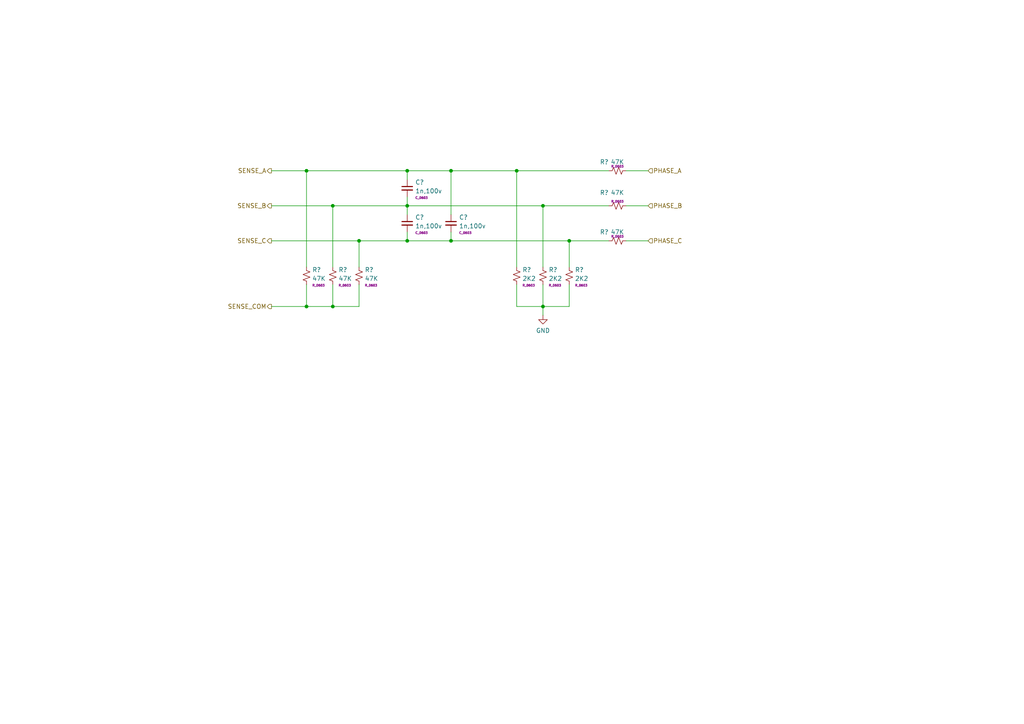
<source format=kicad_sch>
(kicad_sch (version 20211123) (generator eeschema)

  (uuid 31333778-721f-488c-91d1-ef0fb7e0d8f0)

  (paper "A4")

  (lib_symbols
    (symbol "C_Capacitor:C_0603" (pin_numbers hide) (pin_names (offset 1.016)) (in_bom yes) (on_board yes)
      (property "Reference" "C" (id 0) (at 3.175 1.905 0)
        (effects (font (size 1.27 1.27)))
      )
      (property "Value" "C_0603" (id 1) (at 5.715 0 0)
        (effects (font (size 1.27 1.27)))
      )
      (property "Footprint" "C_Capacitor:C_0603" (id 2) (at -3.175 0 90)
        (effects (font (size 1.27 1.27)) hide)
      )
      (property "Datasheet" "" (id 3) (at 2.54 2.54 0)
        (effects (font (size 1.27 1.27)) hide)
      )
      (property "Size" "C_0603" (id 4) (at 4.445 -1.905 0)
        (effects (font (size 0.635 0.635)))
      )
      (symbol "C_0603_1_1"
        (polyline
          (pts
            (xy -1.524 -0.508)
            (xy 1.524 -0.508)
          )
          (stroke (width 0.3302) (type default) (color 0 0 0 0))
          (fill (type none))
        )
        (polyline
          (pts
            (xy -1.524 0.508)
            (xy 1.524 0.508)
          )
          (stroke (width 0.3048) (type default) (color 0 0 0 0))
          (fill (type none))
        )
        (pin passive line (at 0 2.54 270) (length 2.032)
          (name "~" (effects (font (size 1.27 1.27))))
          (number "1" (effects (font (size 1.27 1.27))))
        )
        (pin passive line (at 0 -2.54 90) (length 2.032)
          (name "~" (effects (font (size 1.27 1.27))))
          (number "2" (effects (font (size 1.27 1.27))))
        )
      )
    )
    (symbol "R_Resistor:R_0603" (pin_numbers hide) (pin_names (offset 1.016)) (in_bom yes) (on_board yes)
      (property "Reference" "R" (id 0) (at 2.54 1.905 0)
        (effects (font (size 1.27 1.27)))
      )
      (property "Value" "R_0603" (id 1) (at 5.08 0 0)
        (effects (font (size 1.27 1.27)))
      )
      (property "Footprint" "R_Resistor:R_0603" (id 2) (at -2.54 0 90)
        (effects (font (size 1.27 1.27)) hide)
      )
      (property "Datasheet" "" (id 3) (at -2.54 -3.81 0)
        (effects (font (size 1.27 1.27)) hide)
      )
      (property "Size" "R_0603" (id 4) (at 3.81 -1.905 0)
        (effects (font (size 0.635 0.635)))
      )
      (symbol "R_0603_1_1"
        (polyline
          (pts
            (xy 0 0)
            (xy 1.016 -0.381)
            (xy 0 -0.762)
            (xy -1.016 -1.143)
            (xy 0 -1.524)
          )
          (stroke (width 0) (type default) (color 0 0 0 0))
          (fill (type none))
        )
        (polyline
          (pts
            (xy 0 1.524)
            (xy 1.016 1.143)
            (xy 0 0.762)
            (xy -1.016 0.381)
            (xy 0 0)
          )
          (stroke (width 0) (type default) (color 0 0 0 0))
          (fill (type none))
        )
        (pin passive line (at 0 2.54 270) (length 1.016)
          (name "~" (effects (font (size 1.27 1.27))))
          (number "1" (effects (font (size 1.27 1.27))))
        )
        (pin passive line (at 0 -2.54 90) (length 1.016)
          (name "~" (effects (font (size 1.27 1.27))))
          (number "2" (effects (font (size 1.27 1.27))))
        )
      )
    )
    (symbol "power:GND" (power) (pin_names (offset 0)) (in_bom yes) (on_board yes)
      (property "Reference" "#PWR" (id 0) (at 0 -6.35 0)
        (effects (font (size 1.27 1.27)) hide)
      )
      (property "Value" "GND" (id 1) (at 0 -3.81 0)
        (effects (font (size 1.27 1.27)))
      )
      (property "Footprint" "" (id 2) (at 0 0 0)
        (effects (font (size 1.27 1.27)) hide)
      )
      (property "Datasheet" "" (id 3) (at 0 0 0)
        (effects (font (size 1.27 1.27)) hide)
      )
      (property "ki_keywords" "power-flag" (id 4) (at 0 0 0)
        (effects (font (size 1.27 1.27)) hide)
      )
      (property "ki_description" "Power symbol creates a global label with name \"GND\" , ground" (id 5) (at 0 0 0)
        (effects (font (size 1.27 1.27)) hide)
      )
      (symbol "GND_0_1"
        (polyline
          (pts
            (xy 0 0)
            (xy 0 -1.27)
            (xy 1.27 -1.27)
            (xy 0 -2.54)
            (xy -1.27 -1.27)
            (xy 0 -1.27)
          )
          (stroke (width 0) (type default) (color 0 0 0 0))
          (fill (type none))
        )
      )
      (symbol "GND_1_1"
        (pin power_in line (at 0 0 270) (length 0) hide
          (name "GND" (effects (font (size 1.27 1.27))))
          (number "1" (effects (font (size 1.27 1.27))))
        )
      )
    )
  )

  (junction (at 118.11 59.69) (diameter 0) (color 0 0 0 0)
    (uuid 0ac7cfa9-ee35-4f61-b4fc-238186f05d35)
  )
  (junction (at 130.81 49.53) (diameter 0) (color 0 0 0 0)
    (uuid 2068b6ab-87dd-4d08-91ca-302d09c930b8)
  )
  (junction (at 130.81 69.85) (diameter 0) (color 0 0 0 0)
    (uuid 37b37a92-1ca4-48c1-90df-fe26d8e8dc80)
  )
  (junction (at 165.1 69.85) (diameter 0) (color 0 0 0 0)
    (uuid 51d3cf5a-5b99-4cd7-b82f-1eff3d7d2e28)
  )
  (junction (at 104.14 69.85) (diameter 0) (color 0 0 0 0)
    (uuid 54a8238d-a010-467f-b655-b7fff743587d)
  )
  (junction (at 157.48 59.69) (diameter 0) (color 0 0 0 0)
    (uuid 5ab10271-6cbe-4724-b504-c93834f444e6)
  )
  (junction (at 157.48 88.9) (diameter 0) (color 0 0 0 0)
    (uuid 7124ba9f-2df1-4a2f-b1b2-77f3053c2a44)
  )
  (junction (at 118.11 49.53) (diameter 0) (color 0 0 0 0)
    (uuid 74fb27f6-5176-4bce-9285-5994326e74d7)
  )
  (junction (at 96.52 59.69) (diameter 0) (color 0 0 0 0)
    (uuid 7dd24c51-f29f-416e-8f15-4599a222a29d)
  )
  (junction (at 118.11 69.85) (diameter 0) (color 0 0 0 0)
    (uuid bfc65c80-23d1-4147-b6cc-8e01194aa140)
  )
  (junction (at 149.86 49.53) (diameter 0) (color 0 0 0 0)
    (uuid c85bc09f-f411-4d94-8efe-fe8fdc35527e)
  )
  (junction (at 88.9 88.9) (diameter 0) (color 0 0 0 0)
    (uuid d39c0f44-de3f-4e94-ae14-e11f21ca6dc0)
  )
  (junction (at 88.9 49.53) (diameter 0) (color 0 0 0 0)
    (uuid d5e0776a-e22b-464f-b896-d9888080e945)
  )
  (junction (at 96.52 88.9) (diameter 0) (color 0 0 0 0)
    (uuid d9057385-e1ae-4c66-9801-8e97d49c7c24)
  )

  (wire (pts (xy 78.74 49.53) (xy 88.9 49.53))
    (stroke (width 0) (type default) (color 0 0 0 0))
    (uuid 014df1d8-0339-4f88-bbd2-d24a870744e5)
  )
  (wire (pts (xy 157.48 59.69) (xy 157.48 77.47))
    (stroke (width 0) (type default) (color 0 0 0 0))
    (uuid 02306d2b-2b82-4f90-8c4c-6a301d62d20e)
  )
  (wire (pts (xy 78.74 69.85) (xy 104.14 69.85))
    (stroke (width 0) (type default) (color 0 0 0 0))
    (uuid 09fd0ea7-1f00-42ee-aa15-32e85f9ca9f9)
  )
  (wire (pts (xy 104.14 69.85) (xy 118.11 69.85))
    (stroke (width 0) (type default) (color 0 0 0 0))
    (uuid 11a78295-f6c0-418e-ba2a-65b973278e5a)
  )
  (wire (pts (xy 78.74 88.9) (xy 88.9 88.9))
    (stroke (width 0) (type default) (color 0 0 0 0))
    (uuid 1b8b8e04-71b1-4b59-bcea-265ab43a9857)
  )
  (wire (pts (xy 165.1 69.85) (xy 165.1 77.47))
    (stroke (width 0) (type default) (color 0 0 0 0))
    (uuid 391f6433-8d5d-47a5-ab61-04152e03bae6)
  )
  (wire (pts (xy 118.11 57.15) (xy 118.11 59.69))
    (stroke (width 0) (type default) (color 0 0 0 0))
    (uuid 392ff6ca-4dcb-4441-8344-f8684addd8ec)
  )
  (wire (pts (xy 78.74 59.69) (xy 96.52 59.69))
    (stroke (width 0) (type default) (color 0 0 0 0))
    (uuid 399f486e-6607-427e-8321-969fbd7f0a79)
  )
  (wire (pts (xy 118.11 49.53) (xy 118.11 52.07))
    (stroke (width 0) (type default) (color 0 0 0 0))
    (uuid 3e1c0f69-afd2-43af-830d-74ee7c0f44df)
  )
  (wire (pts (xy 130.81 67.31) (xy 130.81 69.85))
    (stroke (width 0) (type default) (color 0 0 0 0))
    (uuid 4b9d991f-e38d-4a1f-88ef-b63374b1e048)
  )
  (wire (pts (xy 149.86 82.55) (xy 149.86 88.9))
    (stroke (width 0) (type default) (color 0 0 0 0))
    (uuid 531485b6-286a-4038-9c5d-9616d3836b7f)
  )
  (wire (pts (xy 118.11 67.31) (xy 118.11 69.85))
    (stroke (width 0) (type default) (color 0 0 0 0))
    (uuid 54b55278-5f57-4bbd-859a-cd6fdee11052)
  )
  (wire (pts (xy 96.52 82.55) (xy 96.52 88.9))
    (stroke (width 0) (type default) (color 0 0 0 0))
    (uuid 5749df06-a4f0-4a3d-a039-11ea28c7af48)
  )
  (wire (pts (xy 165.1 82.55) (xy 165.1 88.9))
    (stroke (width 0) (type default) (color 0 0 0 0))
    (uuid 5df2fa24-2a71-494c-8cfa-d102d39a58b3)
  )
  (wire (pts (xy 149.86 49.53) (xy 149.86 77.47))
    (stroke (width 0) (type default) (color 0 0 0 0))
    (uuid 69a4dbe2-7c4a-438f-896b-2a59527eb85c)
  )
  (wire (pts (xy 88.9 82.55) (xy 88.9 88.9))
    (stroke (width 0) (type default) (color 0 0 0 0))
    (uuid 72a959c7-79e2-4899-a462-6d3622133c96)
  )
  (wire (pts (xy 88.9 49.53) (xy 88.9 77.47))
    (stroke (width 0) (type default) (color 0 0 0 0))
    (uuid 81093565-cd05-477f-8f6b-5bcd0db5993d)
  )
  (wire (pts (xy 88.9 88.9) (xy 96.52 88.9))
    (stroke (width 0) (type default) (color 0 0 0 0))
    (uuid 88a731db-92aa-4b8a-ba91-c6486bff49b1)
  )
  (wire (pts (xy 96.52 59.69) (xy 96.52 77.47))
    (stroke (width 0) (type default) (color 0 0 0 0))
    (uuid 904190db-1a7c-4b2d-8f19-be8e91b28e06)
  )
  (wire (pts (xy 157.48 88.9) (xy 165.1 88.9))
    (stroke (width 0) (type default) (color 0 0 0 0))
    (uuid 93bd858b-328b-4f54-b652-b68212c513c7)
  )
  (wire (pts (xy 104.14 88.9) (xy 104.14 82.55))
    (stroke (width 0) (type default) (color 0 0 0 0))
    (uuid a13378da-b0ec-4422-a601-4b907749c5c0)
  )
  (wire (pts (xy 118.11 59.69) (xy 157.48 59.69))
    (stroke (width 0) (type default) (color 0 0 0 0))
    (uuid a1b2dcb9-3d2a-4c16-88d2-c4c9614039a9)
  )
  (wire (pts (xy 130.81 69.85) (xy 165.1 69.85))
    (stroke (width 0) (type default) (color 0 0 0 0))
    (uuid ae295014-3d57-4856-b570-615149371eae)
  )
  (wire (pts (xy 130.81 49.53) (xy 149.86 49.53))
    (stroke (width 0) (type default) (color 0 0 0 0))
    (uuid ae9976b2-e58f-4ab8-b4e3-94c22a80b0a1)
  )
  (wire (pts (xy 130.81 49.53) (xy 130.81 62.23))
    (stroke (width 0) (type default) (color 0 0 0 0))
    (uuid b585b212-f60e-4300-a0c9-0af4c72c6750)
  )
  (wire (pts (xy 181.61 49.53) (xy 187.96 49.53))
    (stroke (width 0) (type default) (color 0 0 0 0))
    (uuid c1dfef6c-4f68-4355-bb68-fe68aee36e92)
  )
  (wire (pts (xy 149.86 49.53) (xy 176.53 49.53))
    (stroke (width 0) (type default) (color 0 0 0 0))
    (uuid c2b98602-5294-4ac3-a3ea-157a88f7b3d4)
  )
  (wire (pts (xy 104.14 69.85) (xy 104.14 77.47))
    (stroke (width 0) (type default) (color 0 0 0 0))
    (uuid c39405ce-7c6f-4092-8b07-b8131668376f)
  )
  (wire (pts (xy 157.48 59.69) (xy 176.53 59.69))
    (stroke (width 0) (type default) (color 0 0 0 0))
    (uuid c81ff93b-3bd4-4519-94f2-5869236376ce)
  )
  (wire (pts (xy 149.86 88.9) (xy 157.48 88.9))
    (stroke (width 0) (type default) (color 0 0 0 0))
    (uuid c9495825-1916-462f-b9c9-a777d6e43cd0)
  )
  (wire (pts (xy 157.48 82.55) (xy 157.48 88.9))
    (stroke (width 0) (type default) (color 0 0 0 0))
    (uuid d1d33d7c-24b7-404d-953b-68e9c251dd80)
  )
  (wire (pts (xy 157.48 88.9) (xy 157.48 91.44))
    (stroke (width 0) (type default) (color 0 0 0 0))
    (uuid d5f2207e-df9e-4ff0-9dee-926b2ba3279a)
  )
  (wire (pts (xy 118.11 69.85) (xy 130.81 69.85))
    (stroke (width 0) (type default) (color 0 0 0 0))
    (uuid d9a2167d-1cba-44c2-a5ab-0e526f6c1d7d)
  )
  (wire (pts (xy 181.61 69.85) (xy 187.96 69.85))
    (stroke (width 0) (type default) (color 0 0 0 0))
    (uuid dbfada26-156f-4e91-b006-83e94933e22c)
  )
  (wire (pts (xy 96.52 59.69) (xy 118.11 59.69))
    (stroke (width 0) (type default) (color 0 0 0 0))
    (uuid e1790f51-4c8b-4826-a8d1-f5df1bb0e550)
  )
  (wire (pts (xy 118.11 59.69) (xy 118.11 62.23))
    (stroke (width 0) (type default) (color 0 0 0 0))
    (uuid e2a71f06-6507-49a3-b9e3-a17592239a16)
  )
  (wire (pts (xy 118.11 49.53) (xy 130.81 49.53))
    (stroke (width 0) (type default) (color 0 0 0 0))
    (uuid eb6d7ad8-8318-44da-ba34-64c35395a4b3)
  )
  (wire (pts (xy 88.9 49.53) (xy 118.11 49.53))
    (stroke (width 0) (type default) (color 0 0 0 0))
    (uuid ef6cbb66-c8a0-4cfb-a818-e1b6b8f85dee)
  )
  (wire (pts (xy 165.1 69.85) (xy 176.53 69.85))
    (stroke (width 0) (type default) (color 0 0 0 0))
    (uuid f11d7969-e0af-4090-a88b-becc708ddd44)
  )
  (wire (pts (xy 181.61 59.69) (xy 187.96 59.69))
    (stroke (width 0) (type default) (color 0 0 0 0))
    (uuid f615cc32-04c8-42c4-bc77-6f28653e7062)
  )
  (wire (pts (xy 96.52 88.9) (xy 104.14 88.9))
    (stroke (width 0) (type default) (color 0 0 0 0))
    (uuid fb3bc0e5-0d10-4cd2-aec9-6209dfde7c3f)
  )

  (hierarchical_label "PHASE_B" (shape input) (at 187.96 59.69 0)
    (effects (font (size 1.27 1.27)) (justify left))
    (uuid 0c8850cb-e392-436f-b805-ddf9f49e4127)
  )
  (hierarchical_label "PHASE_A" (shape input) (at 187.96 49.53 0)
    (effects (font (size 1.27 1.27)) (justify left))
    (uuid 0e9b6f6e-3bbb-4e58-b486-761c3db1d0cf)
  )
  (hierarchical_label "SENSE_B" (shape output) (at 78.74 59.69 180)
    (effects (font (size 1.27 1.27)) (justify right))
    (uuid 3a97177e-9fe2-42de-92af-3b1e16d7c96b)
  )
  (hierarchical_label "SENSE_C" (shape output) (at 78.74 69.85 180)
    (effects (font (size 1.27 1.27)) (justify right))
    (uuid 66296d3a-adeb-4449-9985-59a651ac54b1)
  )
  (hierarchical_label "SENSE_COM" (shape output) (at 78.74 88.9 180)
    (effects (font (size 1.27 1.27)) (justify right))
    (uuid 745ee33f-6ffd-45f5-89b3-1bb99e8b1b3a)
  )
  (hierarchical_label "PHASE_C" (shape input) (at 187.96 69.85 0)
    (effects (font (size 1.27 1.27)) (justify left))
    (uuid c4772aff-2e4e-4e0c-9615-761f8c6b8087)
  )
  (hierarchical_label "SENSE_A" (shape output) (at 78.74 49.53 180)
    (effects (font (size 1.27 1.27)) (justify right))
    (uuid da9b6a63-aeb0-4916-a7ae-7f0928b5ae9d)
  )

  (symbol (lib_id "R_Resistor:R_0603") (at 179.07 59.69 90) (unit 1)
    (in_bom yes) (on_board yes)
    (uuid 1b2789ed-bff7-4ff3-9def-3c1861276057)
    (property "Reference" "R?" (id 0) (at 175.26 55.88 90))
    (property "Value" "47K" (id 1) (at 179.07 55.88 90))
    (property "Footprint" "R_Resistor:R_0603" (id 2) (at 179.07 62.23 90)
      (effects (font (size 1.27 1.27)) hide)
    )
    (property "Datasheet" "" (id 3) (at 182.88 62.23 0)
      (effects (font (size 1.27 1.27)) hide)
    )
    (property "Size" "R_0603" (id 4) (at 179.07 58.42 90)
      (effects (font (size 0.635 0.635)))
    )
    (pin "1" (uuid e336ce6c-bb7c-4632-aea8-2003b8889f89))
    (pin "2" (uuid 32b80d02-745f-4d73-baa3-a74c72917df5))
  )

  (symbol (lib_id "R_Resistor:R_0603") (at 179.07 69.85 90) (unit 1)
    (in_bom yes) (on_board yes)
    (uuid 28bfbe1d-88f8-46a1-bacc-7fae711cfc7d)
    (property "Reference" "R?" (id 0) (at 175.26 67.31 90))
    (property "Value" "47K" (id 1) (at 179.07 67.31 90))
    (property "Footprint" "R_Resistor:R_0603" (id 2) (at 179.07 72.39 90)
      (effects (font (size 1.27 1.27)) hide)
    )
    (property "Datasheet" "" (id 3) (at 182.88 72.39 0)
      (effects (font (size 1.27 1.27)) hide)
    )
    (property "Size" "R_0603" (id 4) (at 179.07 68.58 90)
      (effects (font (size 0.635 0.635)))
    )
    (pin "1" (uuid fa03dc99-fd9c-4609-b9e1-2a128baab1fe))
    (pin "2" (uuid 7199639a-6fed-4813-9086-61cccc8879da))
  )

  (symbol (lib_id "C_Capacitor:C_0603") (at 118.11 64.77 0) (unit 1)
    (in_bom yes) (on_board yes) (fields_autoplaced)
    (uuid 4767ef45-7466-469c-a4d9-5b6c34d78d36)
    (property "Reference" "C?" (id 0) (at 120.4341 63.027 0)
      (effects (font (size 1.27 1.27)) (justify left))
    )
    (property "Value" "1n,100v" (id 1) (at 120.4341 65.5639 0)
      (effects (font (size 1.27 1.27)) (justify left))
    )
    (property "Footprint" "C_Capacitor:C_0603" (id 2) (at 114.935 64.77 90)
      (effects (font (size 1.27 1.27)) hide)
    )
    (property "Datasheet" "" (id 3) (at 120.65 62.23 0)
      (effects (font (size 1.27 1.27)) hide)
    )
    (property "Size" "C_0603" (id 4) (at 120.4341 67.5302 0)
      (effects (font (size 0.635 0.635)) (justify left))
    )
    (pin "1" (uuid 400ea2b5-7375-43b8-a6d4-8acea097833e))
    (pin "2" (uuid 7aab49fd-7a81-4039-85de-7e4dfea9e046))
  )

  (symbol (lib_id "R_Resistor:R_0603") (at 88.9 80.01 0) (unit 1)
    (in_bom yes) (on_board yes) (fields_autoplaced)
    (uuid 50018970-abe2-498f-9c79-0a16a3552b3e)
    (property "Reference" "R?" (id 0) (at 90.551 78.2607 0)
      (effects (font (size 1.27 1.27)) (justify left))
    )
    (property "Value" "47K" (id 1) (at 90.551 80.7976 0)
      (effects (font (size 1.27 1.27)) (justify left))
    )
    (property "Footprint" "R_Resistor:R_0603" (id 2) (at 86.36 80.01 90)
      (effects (font (size 1.27 1.27)) hide)
    )
    (property "Datasheet" "" (id 3) (at 86.36 83.82 0)
      (effects (font (size 1.27 1.27)) hide)
    )
    (property "Size" "R_0603" (id 4) (at 90.551 82.7639 0)
      (effects (font (size 0.635 0.635)) (justify left))
    )
    (pin "1" (uuid 7d77515f-df55-4008-837a-0a64fde5ce86))
    (pin "2" (uuid 14f8d005-6080-4590-aef6-251eecd39849))
  )

  (symbol (lib_id "R_Resistor:R_0603") (at 179.07 49.53 90) (unit 1)
    (in_bom yes) (on_board yes)
    (uuid 581fa499-bf66-4362-9a0f-0a1ad68029e0)
    (property "Reference" "R?" (id 0) (at 175.26 46.99 90))
    (property "Value" "47K" (id 1) (at 179.07 46.99 90))
    (property "Footprint" "R_Resistor:R_0603" (id 2) (at 179.07 52.07 90)
      (effects (font (size 1.27 1.27)) hide)
    )
    (property "Datasheet" "" (id 3) (at 182.88 52.07 0)
      (effects (font (size 1.27 1.27)) hide)
    )
    (property "Size" "R_0603" (id 4) (at 179.07 48.26 90)
      (effects (font (size 0.635 0.635)))
    )
    (pin "1" (uuid a902337e-6be5-4e23-b886-215fd05f422b))
    (pin "2" (uuid 49e05fa8-7614-4404-9857-300cbd2cb61c))
  )

  (symbol (lib_id "R_Resistor:R_0603") (at 157.48 80.01 0) (unit 1)
    (in_bom yes) (on_board yes) (fields_autoplaced)
    (uuid 77b3b957-3c8b-4d4f-8ac0-bf13a1554596)
    (property "Reference" "R?" (id 0) (at 159.131 78.2607 0)
      (effects (font (size 1.27 1.27)) (justify left))
    )
    (property "Value" "2K2" (id 1) (at 159.131 80.7976 0)
      (effects (font (size 1.27 1.27)) (justify left))
    )
    (property "Footprint" "R_Resistor:R_0603" (id 2) (at 154.94 80.01 90)
      (effects (font (size 1.27 1.27)) hide)
    )
    (property "Datasheet" "" (id 3) (at 154.94 83.82 0)
      (effects (font (size 1.27 1.27)) hide)
    )
    (property "Size" "R_0603" (id 4) (at 159.131 82.7639 0)
      (effects (font (size 0.635 0.635)) (justify left))
    )
    (pin "1" (uuid ad492a9d-10a3-470d-aa40-5eacb452c287))
    (pin "2" (uuid 8a97300d-2919-470e-8234-32f21208f2de))
  )

  (symbol (lib_id "R_Resistor:R_0603") (at 104.14 80.01 0) (unit 1)
    (in_bom yes) (on_board yes) (fields_autoplaced)
    (uuid 80a091d0-149f-4894-b383-28cad1a76876)
    (property "Reference" "R?" (id 0) (at 105.791 78.2607 0)
      (effects (font (size 1.27 1.27)) (justify left))
    )
    (property "Value" "47K" (id 1) (at 105.791 80.7976 0)
      (effects (font (size 1.27 1.27)) (justify left))
    )
    (property "Footprint" "R_Resistor:R_0603" (id 2) (at 101.6 80.01 90)
      (effects (font (size 1.27 1.27)) hide)
    )
    (property "Datasheet" "" (id 3) (at 101.6 83.82 0)
      (effects (font (size 1.27 1.27)) hide)
    )
    (property "Size" "R_0603" (id 4) (at 105.791 82.7639 0)
      (effects (font (size 0.635 0.635)) (justify left))
    )
    (pin "1" (uuid 44f460a2-506d-4ec3-b30e-3560776149a3))
    (pin "2" (uuid 28b34a51-40b3-4429-9d5c-8a5e43c41da8))
  )

  (symbol (lib_id "power:GND") (at 157.48 91.44 0) (unit 1)
    (in_bom yes) (on_board yes) (fields_autoplaced)
    (uuid 8cda7279-754d-4e11-9265-cc2207addecf)
    (property "Reference" "#PWR?" (id 0) (at 157.48 97.79 0)
      (effects (font (size 1.27 1.27)) hide)
    )
    (property "Value" "GND" (id 1) (at 157.48 95.8834 0))
    (property "Footprint" "" (id 2) (at 157.48 91.44 0)
      (effects (font (size 1.27 1.27)) hide)
    )
    (property "Datasheet" "" (id 3) (at 157.48 91.44 0)
      (effects (font (size 1.27 1.27)) hide)
    )
    (pin "1" (uuid f8c18dc1-8cfe-462d-bfd6-dd526fa71bdf))
  )

  (symbol (lib_id "R_Resistor:R_0603") (at 96.52 80.01 0) (unit 1)
    (in_bom yes) (on_board yes) (fields_autoplaced)
    (uuid 95eed3ad-93d4-4b9e-bd17-fc92e0f29fa0)
    (property "Reference" "R?" (id 0) (at 98.171 78.2607 0)
      (effects (font (size 1.27 1.27)) (justify left))
    )
    (property "Value" "47K" (id 1) (at 98.171 80.7976 0)
      (effects (font (size 1.27 1.27)) (justify left))
    )
    (property "Footprint" "R_Resistor:R_0603" (id 2) (at 93.98 80.01 90)
      (effects (font (size 1.27 1.27)) hide)
    )
    (property "Datasheet" "" (id 3) (at 93.98 83.82 0)
      (effects (font (size 1.27 1.27)) hide)
    )
    (property "Size" "R_0603" (id 4) (at 98.171 82.7639 0)
      (effects (font (size 0.635 0.635)) (justify left))
    )
    (pin "1" (uuid 54edd98e-6e22-42e3-8b79-274b6899a220))
    (pin "2" (uuid b5cbfeb8-944b-44e2-85f2-761eaf6f274c))
  )

  (symbol (lib_id "C_Capacitor:C_0603") (at 130.81 64.77 0) (unit 1)
    (in_bom yes) (on_board yes) (fields_autoplaced)
    (uuid ac5ee348-d982-4ff3-830c-d493828e5850)
    (property "Reference" "C?" (id 0) (at 133.1341 63.027 0)
      (effects (font (size 1.27 1.27)) (justify left))
    )
    (property "Value" "1n,100v" (id 1) (at 133.1341 65.5639 0)
      (effects (font (size 1.27 1.27)) (justify left))
    )
    (property "Footprint" "C_Capacitor:C_0603" (id 2) (at 127.635 64.77 90)
      (effects (font (size 1.27 1.27)) hide)
    )
    (property "Datasheet" "" (id 3) (at 133.35 62.23 0)
      (effects (font (size 1.27 1.27)) hide)
    )
    (property "Size" "C_0603" (id 4) (at 133.1341 67.5302 0)
      (effects (font (size 0.635 0.635)) (justify left))
    )
    (pin "1" (uuid c7ee6059-9da3-47f7-beec-6e3bf350be63))
    (pin "2" (uuid 128261e2-ca5f-4407-b3c9-0847f299cd5b))
  )

  (symbol (lib_id "R_Resistor:R_0603") (at 165.1 80.01 0) (unit 1)
    (in_bom yes) (on_board yes) (fields_autoplaced)
    (uuid bb04d4db-d595-49e3-a045-7cb253dc65c7)
    (property "Reference" "R?" (id 0) (at 166.751 78.2607 0)
      (effects (font (size 1.27 1.27)) (justify left))
    )
    (property "Value" "2K2" (id 1) (at 166.751 80.7976 0)
      (effects (font (size 1.27 1.27)) (justify left))
    )
    (property "Footprint" "R_Resistor:R_0603" (id 2) (at 162.56 80.01 90)
      (effects (font (size 1.27 1.27)) hide)
    )
    (property "Datasheet" "" (id 3) (at 162.56 83.82 0)
      (effects (font (size 1.27 1.27)) hide)
    )
    (property "Size" "R_0603" (id 4) (at 166.751 82.7639 0)
      (effects (font (size 0.635 0.635)) (justify left))
    )
    (pin "1" (uuid 8afc5566-dc62-4114-8071-3fb590277d09))
    (pin "2" (uuid 4ad49f8f-6d91-424d-bc75-efadd86ad5c0))
  )

  (symbol (lib_id "R_Resistor:R_0603") (at 149.86 80.01 0) (unit 1)
    (in_bom yes) (on_board yes) (fields_autoplaced)
    (uuid c3166739-4d9c-419a-9afa-965abce07e38)
    (property "Reference" "R?" (id 0) (at 151.511 78.2607 0)
      (effects (font (size 1.27 1.27)) (justify left))
    )
    (property "Value" "2K2" (id 1) (at 151.511 80.7976 0)
      (effects (font (size 1.27 1.27)) (justify left))
    )
    (property "Footprint" "R_Resistor:R_0603" (id 2) (at 147.32 80.01 90)
      (effects (font (size 1.27 1.27)) hide)
    )
    (property "Datasheet" "" (id 3) (at 147.32 83.82 0)
      (effects (font (size 1.27 1.27)) hide)
    )
    (property "Size" "R_0603" (id 4) (at 151.511 82.7639 0)
      (effects (font (size 0.635 0.635)) (justify left))
    )
    (pin "1" (uuid 8c757fb0-dff1-4ad9-8ab6-5ae305675155))
    (pin "2" (uuid e912a9c6-d80c-4341-b889-c4111c899648))
  )

  (symbol (lib_id "C_Capacitor:C_0603") (at 118.11 54.61 0) (unit 1)
    (in_bom yes) (on_board yes) (fields_autoplaced)
    (uuid e717ee6c-e5b6-4de2-bf81-2a2798187d6f)
    (property "Reference" "C?" (id 0) (at 120.4341 52.867 0)
      (effects (font (size 1.27 1.27)) (justify left))
    )
    (property "Value" "1n,100v" (id 1) (at 120.4341 55.4039 0)
      (effects (font (size 1.27 1.27)) (justify left))
    )
    (property "Footprint" "C_Capacitor:C_0603" (id 2) (at 114.935 54.61 90)
      (effects (font (size 1.27 1.27)) hide)
    )
    (property "Datasheet" "" (id 3) (at 120.65 52.07 0)
      (effects (font (size 1.27 1.27)) hide)
    )
    (property "Size" "C_0603" (id 4) (at 120.4341 57.3702 0)
      (effects (font (size 0.635 0.635)) (justify left))
    )
    (pin "1" (uuid 9c49ce77-edc1-4566-9f12-a9a7dcd947d1))
    (pin "2" (uuid cee4859e-b729-4c4a-878e-098161af1345))
  )
)

</source>
